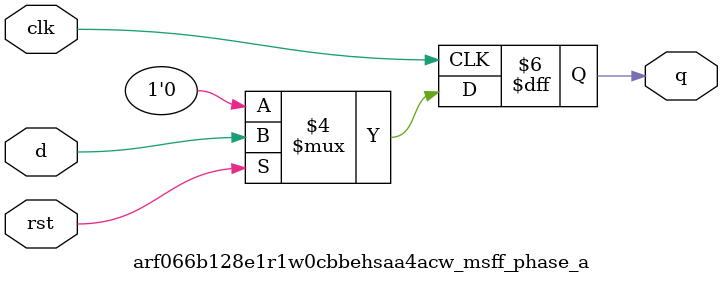
<source format=sv>
`ifndef ARF066B128E1R1W0CBBEHSAA4ACW_MSFF_PHASE_A_SV
`define ARF066B128E1R1W0CBBEHSAA4ACW_MSFF_PHASE_A_SV

module arf066b128e1r1w0cbbehsaa4acw_msff_phase_a #
(
  parameter DWIDTH = 1
)
(
  input  logic [DWIDTH-1:0] d,
  input  logic clk,
  input  logic rst,
  output logic [DWIDTH-1:0] q
);

always_ff @ (posedge clk) begin
  if (~rst) begin
    q <= '0;
  end
  else begin
    q <= d;
  end
end

endmodule // arf066b128e1r1w0cbbehsaa4acw_msff_phase_a

`endif // ARF066B128E1R1W0CBBEHSAA4ACW_MSFF_PHASE_A_SV
</source>
